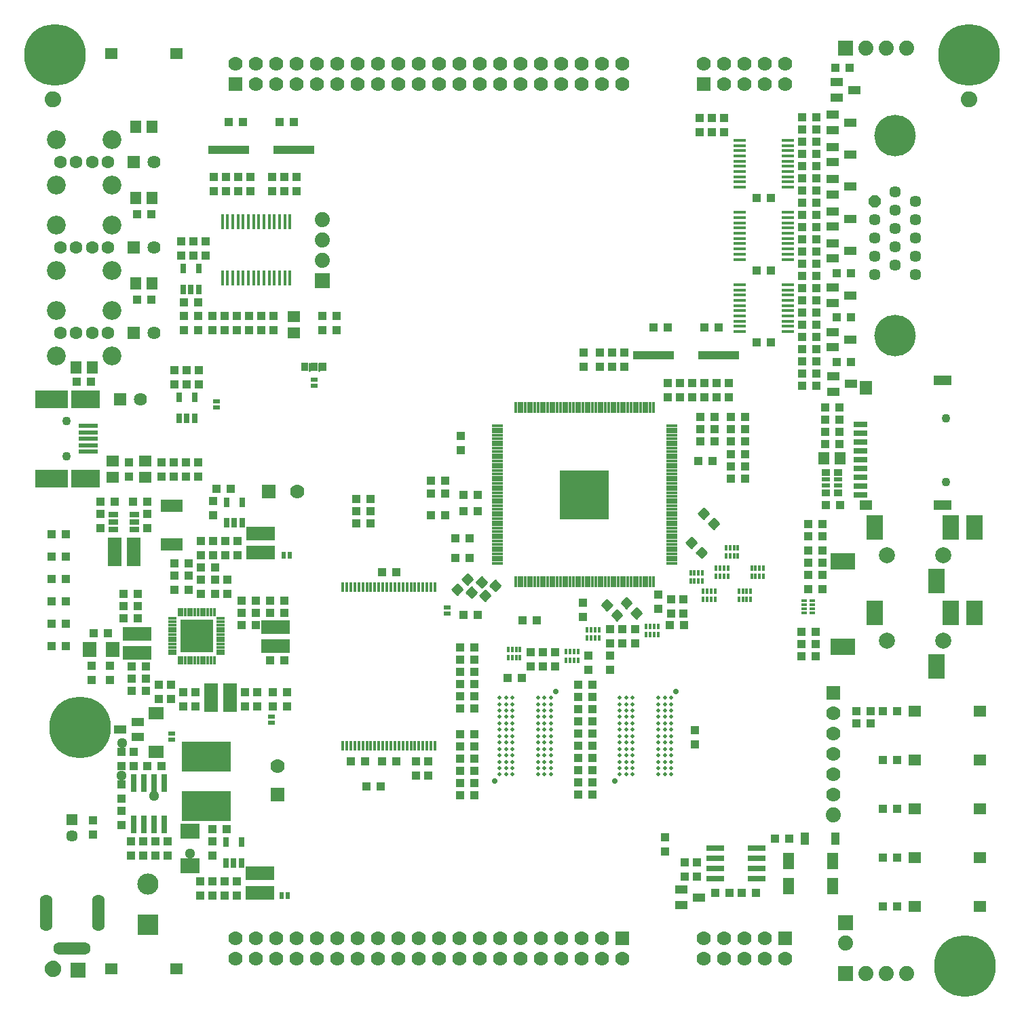
<source format=gbr>
G75*
G70*
%OFA0B0*%
%FSLAX24Y24*%
%IPPOS*%
%LPD*%
%AMOC8*
5,1,8,0,0,1.08239X$1,22.5*
%
%ADD10C,0.0631*%
%ADD11R,0.0740X0.0740*%
%ADD12R,0.0440X0.0440*%
%ADD13C,0.0088*%
%ADD14R,0.2009X0.0434*%
%ADD15R,0.0540X0.0640*%
%ADD16R,0.0700X0.0700*%
%ADD17C,0.0700*%
%ADD18C,0.0434*%
%ADD19C,0.0500*%
%ADD20R,0.0571X0.0571*%
%ADD21C,0.0571*%
%ADD22R,0.0440X0.0340*%
%ADD23R,0.0440X0.0240*%
%ADD24R,0.0276X0.0906*%
%ADD25R,0.0257X0.0512*%
%ADD26R,0.2402X0.1457*%
%ADD27R,0.0340X0.0240*%
%ADD28R,0.1418X0.0670*%
%ADD29R,0.0240X0.0340*%
%ADD30C,0.1040*%
%ADD31R,0.1040X0.1040*%
%ADD32R,0.0434X0.0591*%
%ADD33R,0.0119X0.0552*%
%ADD34R,0.0552X0.0119*%
%ADD35R,0.2402X0.2402*%
%ADD36R,0.0278X0.0278*%
%ADD37R,0.1103X0.1103*%
%ADD38R,0.0138X0.0286*%
%ADD39R,0.0640X0.0540*%
%ADD40R,0.0640X0.0640*%
%ADD41C,0.0640*%
%ADD42R,0.0926X0.0237*%
%ADD43R,0.1615X0.0867*%
%ADD44R,0.1418X0.0867*%
%ADD45R,0.0178X0.0729*%
%ADD46C,0.0926*%
%ADD47C,0.0740*%
%ADD48R,0.0906X0.0276*%
%ADD49R,0.0119X0.0394*%
%ADD50R,0.0394X0.0119*%
%ADD51R,0.1615X0.1615*%
%ADD52R,0.0749X0.0749*%
%ADD53R,0.0512X0.0257*%
%ADD54R,0.0670X0.1418*%
%ADD55R,0.0690X0.0740*%
%ADD56R,0.0591X0.0434*%
%ADD57R,0.0749X0.0611*%
%ADD58R,0.0138X0.0512*%
%ADD59R,0.0940X0.0740*%
%ADD60C,0.0197*%
%ADD61C,0.0276*%
%ADD62OC8,0.0571*%
%ADD63C,0.2040*%
%ADD64R,0.0631X0.0158*%
%ADD65R,0.0827X0.1221*%
%ADD66R,0.1221X0.0827*%
%ADD67C,0.0788*%
%ADD68R,0.0286X0.0138*%
%ADD69R,0.1064X0.0611*%
%ADD70C,0.3032*%
%ADD71C,0.0512*%
%ADD72R,0.0340X0.0440*%
%ADD73C,0.0100*%
%ADD74R,0.0670X0.0316*%
%ADD75R,0.0591X0.0512*%
%ADD76R,0.0591X0.0670*%
%ADD77R,0.0906X0.0512*%
%ADD78R,0.0552X0.0788*%
D10*
X013511Y007826D03*
X013511Y008023D03*
X013511Y008220D03*
X013511Y008417D03*
X013511Y008614D03*
X013511Y008810D03*
X013511Y009007D03*
X016070Y009007D03*
X016070Y008810D03*
X016070Y008614D03*
X016070Y008417D03*
X016070Y008220D03*
X016070Y008023D03*
X016070Y007826D03*
X015361Y006665D03*
X015165Y006665D03*
X014968Y006665D03*
X014771Y006665D03*
X014574Y006665D03*
X014377Y006665D03*
X014180Y006665D03*
X014190Y036928D03*
X014977Y036928D03*
X015765Y036928D03*
X016552Y036928D03*
X016552Y041128D03*
X015765Y041128D03*
X014977Y041128D03*
X014190Y041128D03*
X014190Y045328D03*
X014977Y045328D03*
X015765Y045328D03*
X016552Y045328D03*
D11*
X027070Y039517D03*
X052770Y050937D03*
X052770Y007937D03*
X052770Y005437D03*
X015070Y005597D03*
D12*
X021070Y009287D03*
X021670Y009287D03*
X022270Y009287D03*
X022870Y009287D03*
X022870Y009987D03*
X022270Y009987D03*
X021670Y009987D03*
X021070Y009987D03*
X021670Y011237D03*
X021670Y011937D03*
X021670Y012537D03*
X022370Y012537D03*
X019470Y011937D03*
X018870Y011937D03*
X018270Y011937D03*
X017670Y011937D03*
X017670Y011237D03*
X018270Y011237D03*
X018870Y011237D03*
X019470Y011237D03*
X017220Y012737D03*
X017220Y013437D03*
X017220Y014037D03*
X017220Y014737D03*
X017220Y015637D03*
X017820Y015637D03*
X018470Y015637D03*
X019170Y015637D03*
X017820Y016337D03*
X017220Y016337D03*
X019030Y018937D03*
X019630Y018937D03*
X020230Y019287D03*
X020830Y019287D03*
X020830Y018587D03*
X020230Y018587D03*
X019630Y019637D03*
X019030Y019637D03*
X018410Y019927D03*
X018410Y020527D03*
X017710Y020527D03*
X017710Y019927D03*
X017710Y019327D03*
X018410Y019327D03*
X016650Y019877D03*
X016650Y020577D03*
X015750Y020577D03*
X015750Y019877D03*
X014470Y021537D03*
X013770Y021537D03*
X013770Y022637D03*
X014470Y022637D03*
X014470Y023737D03*
X013770Y023737D03*
X013770Y024837D03*
X014470Y024837D03*
X014470Y025937D03*
X013770Y025937D03*
X013770Y027037D03*
X014470Y027037D03*
X016180Y027337D03*
X016180Y028037D03*
X016180Y028637D03*
X016880Y028637D03*
X017780Y028637D03*
X018480Y028637D03*
X018480Y028037D03*
X018480Y027337D03*
X019800Y025607D03*
X019800Y025007D03*
X020500Y025007D03*
X020500Y025607D03*
X021100Y025407D03*
X021100Y026007D03*
X021700Y026007D03*
X022300Y026007D03*
X022900Y026007D03*
X022900Y026707D03*
X022300Y026707D03*
X021700Y026707D03*
X021100Y026707D03*
X021800Y025407D03*
X021800Y024807D03*
X022400Y024807D03*
X022400Y024107D03*
X021800Y024107D03*
X021100Y024107D03*
X020500Y024307D03*
X019800Y024307D03*
X021100Y024807D03*
X023100Y023787D03*
X023100Y023187D03*
X023100Y022577D03*
X023800Y022577D03*
X023800Y023187D03*
X023800Y023787D03*
X024520Y023787D03*
X024520Y023187D03*
X025220Y023187D03*
X025220Y023787D03*
X025220Y020827D03*
X024520Y020827D03*
X024630Y019287D03*
X025330Y019287D03*
X025330Y018587D03*
X024630Y018587D03*
X023870Y018587D03*
X023270Y018587D03*
X023270Y019287D03*
X023870Y019287D03*
X028470Y015887D03*
X029170Y015887D03*
X029990Y015887D03*
X030690Y015887D03*
X031660Y015877D03*
X032260Y015877D03*
X032260Y015177D03*
X031660Y015177D03*
X029930Y014647D03*
X029230Y014647D03*
X033850Y014817D03*
X033850Y015417D03*
X033850Y016017D03*
X033850Y016617D03*
X033850Y017217D03*
X034550Y017217D03*
X034550Y016617D03*
X034550Y016017D03*
X034550Y015417D03*
X034550Y014817D03*
X034550Y014217D03*
X033850Y014217D03*
X033850Y018477D03*
X033850Y019077D03*
X033850Y019677D03*
X033850Y020277D03*
X033850Y020877D03*
X033850Y021477D03*
X034550Y021477D03*
X034550Y020877D03*
X034550Y020277D03*
X034550Y019677D03*
X034550Y019077D03*
X034550Y018477D03*
X036180Y019957D03*
X036880Y019957D03*
X037310Y020547D03*
X037910Y020547D03*
X038510Y020547D03*
X038510Y021247D03*
X037910Y021247D03*
X037310Y021247D03*
X037620Y022807D03*
X036920Y022807D03*
X034700Y023057D03*
X034000Y023057D03*
X034289Y025887D03*
X033589Y025887D03*
X033590Y026847D03*
X034290Y026847D03*
X033990Y028167D03*
X034690Y028167D03*
X034690Y028967D03*
X033990Y028967D03*
X033090Y029047D03*
X033090Y029687D03*
X032390Y029687D03*
X032390Y029047D03*
X032390Y027967D03*
X033090Y027967D03*
X033860Y031157D03*
X033860Y031857D03*
X029450Y028757D03*
X029450Y028157D03*
X029450Y027557D03*
X028750Y027557D03*
X028750Y028157D03*
X028750Y028757D03*
X029990Y025167D03*
X030690Y025167D03*
X022560Y029257D03*
X021860Y029257D03*
X021700Y028657D03*
X021700Y027957D03*
X020960Y029877D03*
X020360Y029877D03*
X019760Y029877D03*
X019160Y029877D03*
X019160Y030577D03*
X019760Y030577D03*
X020360Y030577D03*
X020960Y030577D03*
X017560Y030577D03*
X017560Y029877D03*
X015710Y034527D03*
X015010Y034527D03*
X019820Y034417D03*
X020420Y034417D03*
X021020Y034417D03*
X021020Y035117D03*
X020420Y035117D03*
X019820Y035117D03*
X020270Y037087D03*
X020270Y037787D03*
X020270Y038437D03*
X020970Y038437D03*
X020970Y037787D03*
X021670Y037787D03*
X022270Y037787D03*
X022870Y037787D03*
X023470Y037787D03*
X024070Y037787D03*
X024670Y037787D03*
X024670Y037087D03*
X024070Y037087D03*
X023470Y037087D03*
X022870Y037087D03*
X022270Y037087D03*
X021670Y037087D03*
X020970Y037087D03*
X018670Y038587D03*
X017970Y038587D03*
X020140Y040737D03*
X020740Y040737D03*
X021340Y040737D03*
X021340Y041437D03*
X020740Y041437D03*
X020140Y041437D03*
X018670Y042787D03*
X017970Y042787D03*
X021750Y043897D03*
X022350Y043897D03*
X022950Y043897D03*
X023550Y043897D03*
X023550Y044597D03*
X022950Y044597D03*
X022350Y044597D03*
X021750Y044597D03*
X024590Y044597D03*
X025190Y044597D03*
X025790Y044597D03*
X025790Y043897D03*
X025190Y043897D03*
X024590Y043897D03*
X024980Y047297D03*
X025680Y047297D03*
X023180Y047297D03*
X022480Y047297D03*
X027070Y037787D03*
X027770Y037787D03*
X027770Y037087D03*
X027070Y037087D03*
X039900Y035987D03*
X039900Y035287D03*
X040700Y035287D03*
X041300Y035287D03*
X041900Y035287D03*
X041900Y035987D03*
X041300Y035987D03*
X040700Y035987D03*
X043340Y037197D03*
X044040Y037197D03*
X045840Y037197D03*
X046540Y037197D03*
X048400Y036467D03*
X049100Y036467D03*
X050630Y036727D03*
X050630Y037327D03*
X050630Y037927D03*
X050630Y038527D03*
X051330Y038527D03*
X051330Y037927D03*
X051330Y037327D03*
X051330Y036727D03*
X051330Y036127D03*
X051330Y035527D03*
X051330Y034927D03*
X051330Y034327D03*
X050630Y034327D03*
X050630Y034927D03*
X050630Y035527D03*
X050630Y036127D03*
X052350Y035517D03*
X053050Y035517D03*
X053050Y037697D03*
X052350Y037697D03*
X051330Y039127D03*
X051330Y039727D03*
X051330Y040327D03*
X051330Y040927D03*
X051330Y041527D03*
X051330Y042127D03*
X051330Y042727D03*
X051330Y043327D03*
X051330Y043927D03*
X051330Y044527D03*
X051330Y045127D03*
X051330Y045727D03*
X051330Y046327D03*
X050630Y046327D03*
X050630Y045727D03*
X050630Y045127D03*
X050630Y044527D03*
X050630Y043927D03*
X050630Y043327D03*
X050630Y042727D03*
X050630Y042127D03*
X050630Y041527D03*
X050630Y040927D03*
X050630Y040327D03*
X050630Y039727D03*
X050630Y039127D03*
X049100Y040017D03*
X048400Y040017D03*
X052350Y039877D03*
X053050Y039877D03*
X049100Y043567D03*
X048400Y043567D03*
X046820Y046817D03*
X046220Y046817D03*
X045620Y046817D03*
X045620Y047517D03*
X046220Y047517D03*
X046820Y047517D03*
X050630Y047527D03*
X050630Y046927D03*
X051330Y046927D03*
X051330Y047527D03*
X052270Y049987D03*
X052970Y049987D03*
X047050Y034467D03*
X046450Y034467D03*
X045850Y034467D03*
X045250Y034467D03*
X044650Y034467D03*
X044050Y034467D03*
X044050Y033767D03*
X044650Y033767D03*
X045250Y033767D03*
X045850Y033767D03*
X046450Y033767D03*
X047050Y033767D03*
X047130Y032807D03*
X047130Y032207D03*
X047130Y031607D03*
X047130Y030987D03*
X047130Y030387D03*
X047130Y029787D03*
X047830Y029787D03*
X047830Y030387D03*
X047830Y030987D03*
X047830Y031607D03*
X047830Y032207D03*
X047830Y032807D03*
X046350Y032807D03*
X046350Y032207D03*
X046350Y031607D03*
X045650Y031607D03*
X045650Y032207D03*
X045650Y032807D03*
X045550Y030627D03*
X046250Y030627D03*
X050950Y027547D03*
X050950Y026947D03*
X051650Y026947D03*
X051650Y027547D03*
X051820Y028487D03*
X052520Y028487D03*
X051650Y026247D03*
X050950Y026247D03*
X050950Y025647D03*
X050950Y025047D03*
X051650Y025047D03*
X051650Y025647D03*
X051650Y024347D03*
X050950Y024347D03*
X050600Y022227D03*
X050600Y021627D03*
X050600Y021027D03*
X051300Y021027D03*
X051300Y021627D03*
X051300Y022227D03*
X053320Y018337D03*
X053320Y017737D03*
X054020Y017737D03*
X054020Y018337D03*
X054620Y018337D03*
X055320Y018337D03*
X055320Y015937D03*
X054620Y015937D03*
X054620Y013537D03*
X055320Y013537D03*
X055320Y011137D03*
X054620Y011137D03*
X054620Y008737D03*
X055320Y008737D03*
X050010Y012057D03*
X049310Y012057D03*
X048380Y009407D03*
X047680Y009407D03*
X047080Y009407D03*
X046380Y009407D03*
X045460Y010217D03*
X044860Y010217D03*
X044860Y010917D03*
X045460Y010917D03*
X043920Y011437D03*
X043920Y012137D03*
X040340Y014227D03*
X040340Y014827D03*
X040340Y015427D03*
X040340Y016027D03*
X040340Y016627D03*
X040340Y017227D03*
X040340Y017827D03*
X040340Y018427D03*
X039640Y018427D03*
X039640Y017827D03*
X039640Y017227D03*
X039640Y016627D03*
X039640Y016027D03*
X039640Y015427D03*
X039640Y014827D03*
X039640Y014227D03*
X039640Y019027D03*
X039640Y019627D03*
X040340Y019627D03*
X040340Y019027D03*
X040150Y020377D03*
X040150Y021077D03*
X041220Y021077D03*
X041220Y021677D03*
X041820Y021677D03*
X042430Y021677D03*
X042430Y022377D03*
X041820Y022377D03*
X041220Y022377D03*
X039870Y022967D03*
X039870Y023667D03*
X043560Y023377D03*
X044200Y023147D03*
X044150Y022557D03*
X044850Y022557D03*
X044800Y023147D03*
X044800Y023847D03*
X044200Y023847D03*
X043560Y024077D03*
X041220Y020377D03*
X045382Y017409D03*
X045382Y016709D03*
X051770Y031487D03*
X051770Y032087D03*
X051770Y032687D03*
X051770Y033287D03*
X052470Y033287D03*
X052470Y032687D03*
X052470Y032087D03*
X052470Y031487D03*
X017990Y024117D03*
X017990Y023517D03*
X017990Y022917D03*
X017290Y022917D03*
X017290Y023517D03*
X017290Y024117D03*
X016550Y022177D03*
X015850Y022177D03*
X015820Y012957D03*
X015820Y012257D03*
D13*
X033694Y024083D02*
X033942Y024331D01*
X033694Y024083D02*
X033446Y024331D01*
X033694Y024579D01*
X033942Y024331D01*
X033781Y024170D02*
X033607Y024170D01*
X033520Y024257D02*
X033868Y024257D01*
X033929Y024344D02*
X033459Y024344D01*
X033546Y024431D02*
X033842Y024431D01*
X033755Y024518D02*
X033633Y024518D01*
X034189Y024578D02*
X034437Y024826D01*
X034189Y024578D02*
X033941Y024826D01*
X034189Y025074D01*
X034437Y024826D01*
X034276Y024665D02*
X034102Y024665D01*
X034015Y024752D02*
X034363Y024752D01*
X034424Y024839D02*
X033954Y024839D01*
X034041Y024926D02*
X034337Y024926D01*
X034250Y025013D02*
X034128Y025013D01*
X034889Y024434D02*
X035137Y024682D01*
X034889Y024434D02*
X034641Y024682D01*
X034889Y024930D01*
X035137Y024682D01*
X034976Y024521D02*
X034802Y024521D01*
X034715Y024608D02*
X035063Y024608D01*
X035124Y024695D02*
X034654Y024695D01*
X034741Y024782D02*
X035037Y024782D01*
X034950Y024869D02*
X034828Y024869D01*
X034642Y024187D02*
X034394Y023939D01*
X034146Y024187D01*
X034394Y024435D01*
X034642Y024187D01*
X034481Y024026D02*
X034307Y024026D01*
X034220Y024113D02*
X034568Y024113D01*
X034629Y024200D02*
X034159Y024200D01*
X034246Y024287D02*
X034542Y024287D01*
X034455Y024374D02*
X034333Y024374D01*
X035069Y023775D02*
X035317Y024023D01*
X035069Y023775D02*
X034821Y024023D01*
X035069Y024271D01*
X035317Y024023D01*
X035156Y023862D02*
X034982Y023862D01*
X034895Y023949D02*
X035243Y023949D01*
X035304Y024036D02*
X034834Y024036D01*
X034921Y024123D02*
X035217Y024123D01*
X035130Y024210D02*
X035008Y024210D01*
X035564Y024270D02*
X035812Y024518D01*
X035564Y024270D02*
X035316Y024518D01*
X035564Y024766D01*
X035812Y024518D01*
X035651Y024357D02*
X035477Y024357D01*
X035390Y024444D02*
X035738Y024444D01*
X035799Y024531D02*
X035329Y024531D01*
X035416Y024618D02*
X035712Y024618D01*
X035625Y024705D02*
X035503Y024705D01*
X041043Y023812D02*
X041291Y023564D01*
X041043Y023316D01*
X040795Y023564D01*
X041043Y023812D01*
X041130Y023403D02*
X040956Y023403D01*
X040869Y023490D02*
X041217Y023490D01*
X041278Y023577D02*
X040808Y023577D01*
X040895Y023664D02*
X041191Y023664D01*
X041104Y023751D02*
X040982Y023751D01*
X041538Y023317D02*
X041786Y023069D01*
X041538Y022821D01*
X041290Y023069D01*
X041538Y023317D01*
X041625Y022908D02*
X041451Y022908D01*
X041364Y022995D02*
X041712Y022995D01*
X041773Y023082D02*
X041303Y023082D01*
X041390Y023169D02*
X041686Y023169D01*
X041599Y023256D02*
X041477Y023256D01*
X042003Y023912D02*
X042251Y023664D01*
X042003Y023416D01*
X041755Y023664D01*
X042003Y023912D01*
X042090Y023503D02*
X041916Y023503D01*
X041829Y023590D02*
X042177Y023590D01*
X042238Y023677D02*
X041768Y023677D01*
X041855Y023764D02*
X042151Y023764D01*
X042064Y023851D02*
X041942Y023851D01*
X042498Y023417D02*
X042746Y023169D01*
X042498Y022921D01*
X042250Y023169D01*
X042498Y023417D01*
X042585Y023008D02*
X042411Y023008D01*
X042324Y023095D02*
X042672Y023095D01*
X042733Y023182D02*
X042263Y023182D01*
X042350Y023269D02*
X042646Y023269D01*
X042559Y023356D02*
X042437Y023356D01*
X045688Y026387D02*
X045936Y026139D01*
X045688Y025891D01*
X045440Y026139D01*
X045688Y026387D01*
X045775Y025978D02*
X045601Y025978D01*
X045514Y026065D02*
X045862Y026065D01*
X045923Y026152D02*
X045453Y026152D01*
X045540Y026239D02*
X045836Y026239D01*
X045749Y026326D02*
X045627Y026326D01*
X045441Y026634D02*
X045193Y026882D01*
X045441Y026634D02*
X045193Y026386D01*
X044945Y026634D01*
X045193Y026882D01*
X045280Y026473D02*
X045106Y026473D01*
X045019Y026560D02*
X045367Y026560D01*
X045428Y026647D02*
X044958Y026647D01*
X045045Y026734D02*
X045341Y026734D01*
X045254Y026821D02*
X045132Y026821D01*
X046288Y027817D02*
X046536Y027569D01*
X046288Y027321D01*
X046040Y027569D01*
X046288Y027817D01*
X046375Y027408D02*
X046201Y027408D01*
X046114Y027495D02*
X046462Y027495D01*
X046523Y027582D02*
X046053Y027582D01*
X046140Y027669D02*
X046436Y027669D01*
X046349Y027756D02*
X046227Y027756D01*
X046041Y028064D02*
X045793Y028312D01*
X046041Y028064D02*
X045793Y027816D01*
X045545Y028064D01*
X045793Y028312D01*
X045880Y027903D02*
X045706Y027903D01*
X045619Y027990D02*
X045967Y027990D01*
X046028Y028077D02*
X045558Y028077D01*
X045645Y028164D02*
X045941Y028164D01*
X045854Y028251D02*
X045732Y028251D01*
D14*
X046540Y035847D03*
X043340Y035847D03*
X025680Y045947D03*
X022480Y045947D03*
D15*
X018720Y047087D03*
X017920Y047087D03*
X017920Y043587D03*
X018720Y043587D03*
X018720Y039387D03*
X017920Y039387D03*
X015760Y035227D03*
X014960Y035227D03*
X051720Y030787D03*
X052520Y030787D03*
D16*
X052170Y019237D03*
X049820Y007187D03*
X041820Y007187D03*
X024860Y014227D03*
X024440Y029127D03*
X022820Y049187D03*
X045820Y049187D03*
D17*
X045820Y050187D03*
X046820Y050187D03*
X047820Y050187D03*
X047820Y049187D03*
X046820Y049187D03*
X048820Y049187D03*
X048820Y050187D03*
X049820Y050187D03*
X049820Y049187D03*
X041820Y049187D03*
X041820Y050187D03*
X040820Y050187D03*
X040820Y049187D03*
X039820Y049187D03*
X039820Y050187D03*
X038820Y050187D03*
X038820Y049187D03*
X037820Y049187D03*
X037820Y050187D03*
X036820Y050187D03*
X035820Y050187D03*
X035820Y049187D03*
X036820Y049187D03*
X034820Y049187D03*
X034820Y050187D03*
X033820Y050187D03*
X033820Y049187D03*
X032820Y049187D03*
X032820Y050187D03*
X031820Y050187D03*
X031820Y049187D03*
X030820Y049187D03*
X030820Y050187D03*
X029820Y050187D03*
X029820Y049187D03*
X028820Y049187D03*
X028820Y050187D03*
X027820Y050187D03*
X027820Y049187D03*
X026820Y049187D03*
X026820Y050187D03*
X025820Y050187D03*
X025820Y049187D03*
X024820Y049187D03*
X024820Y050187D03*
X023820Y050187D03*
X023820Y049187D03*
X022820Y050187D03*
X025840Y029127D03*
X024860Y015627D03*
X024820Y007187D03*
X023820Y007187D03*
X023820Y006187D03*
X024820Y006187D03*
X025820Y006187D03*
X025820Y007187D03*
X026820Y007187D03*
X026820Y006187D03*
X027820Y006187D03*
X027820Y007187D03*
X028820Y007187D03*
X028820Y006187D03*
X029820Y006187D03*
X029820Y007187D03*
X030820Y007187D03*
X030820Y006187D03*
X031820Y006187D03*
X031820Y007187D03*
X032820Y007187D03*
X032820Y006187D03*
X033820Y006187D03*
X033820Y007187D03*
X034820Y007187D03*
X034820Y006187D03*
X035820Y006187D03*
X035820Y007187D03*
X036820Y007187D03*
X037820Y007187D03*
X037820Y006187D03*
X036820Y006187D03*
X038820Y006187D03*
X038820Y007187D03*
X039820Y007187D03*
X039820Y006187D03*
X040820Y006187D03*
X040820Y007187D03*
X041820Y006187D03*
X045820Y006187D03*
X045820Y007187D03*
X046820Y007187D03*
X047820Y007187D03*
X047820Y006187D03*
X046820Y006187D03*
X048820Y006187D03*
X048820Y007187D03*
X049820Y006187D03*
X052170Y014237D03*
X052170Y015237D03*
X052170Y016237D03*
X052170Y017237D03*
X052170Y018237D03*
X022820Y007187D03*
X022820Y006187D03*
D18*
X013820Y005687D03*
X014520Y030870D03*
X014520Y032603D03*
X013820Y048437D03*
X057704Y032741D03*
X057704Y029592D03*
X058820Y048437D03*
D19*
X058678Y048437D02*
X058680Y048461D01*
X058686Y048484D01*
X058696Y048506D01*
X058710Y048526D01*
X058726Y048544D01*
X058746Y048558D01*
X058767Y048569D01*
X058790Y048576D01*
X058814Y048579D01*
X058838Y048578D01*
X058862Y048573D01*
X058884Y048564D01*
X058904Y048551D01*
X058923Y048535D01*
X058938Y048517D01*
X058949Y048495D01*
X058957Y048473D01*
X058961Y048449D01*
X058961Y048425D01*
X058957Y048401D01*
X058949Y048379D01*
X058938Y048357D01*
X058923Y048339D01*
X058904Y048323D01*
X058884Y048310D01*
X058862Y048301D01*
X058838Y048296D01*
X058814Y048295D01*
X058790Y048298D01*
X058767Y048305D01*
X058746Y048316D01*
X058726Y048330D01*
X058710Y048348D01*
X058696Y048368D01*
X058686Y048390D01*
X058680Y048413D01*
X058678Y048437D01*
X013678Y048437D02*
X013680Y048461D01*
X013686Y048484D01*
X013696Y048506D01*
X013710Y048526D01*
X013726Y048544D01*
X013746Y048558D01*
X013767Y048569D01*
X013790Y048576D01*
X013814Y048579D01*
X013838Y048578D01*
X013862Y048573D01*
X013884Y048564D01*
X013904Y048551D01*
X013923Y048535D01*
X013938Y048517D01*
X013949Y048495D01*
X013957Y048473D01*
X013961Y048449D01*
X013961Y048425D01*
X013957Y048401D01*
X013949Y048379D01*
X013938Y048357D01*
X013923Y048339D01*
X013904Y048323D01*
X013884Y048310D01*
X013862Y048301D01*
X013838Y048296D01*
X013814Y048295D01*
X013790Y048298D01*
X013767Y048305D01*
X013746Y048316D01*
X013726Y048330D01*
X013710Y048348D01*
X013696Y048368D01*
X013686Y048390D01*
X013680Y048413D01*
X013678Y048437D01*
X013678Y005687D02*
X013680Y005711D01*
X013686Y005734D01*
X013696Y005756D01*
X013710Y005776D01*
X013726Y005794D01*
X013746Y005808D01*
X013767Y005819D01*
X013790Y005826D01*
X013814Y005829D01*
X013838Y005828D01*
X013862Y005823D01*
X013884Y005814D01*
X013904Y005801D01*
X013923Y005785D01*
X013938Y005767D01*
X013949Y005745D01*
X013957Y005723D01*
X013961Y005699D01*
X013961Y005675D01*
X013957Y005651D01*
X013949Y005629D01*
X013938Y005607D01*
X013923Y005589D01*
X013904Y005573D01*
X013884Y005560D01*
X013862Y005551D01*
X013838Y005546D01*
X013814Y005545D01*
X013790Y005548D01*
X013767Y005555D01*
X013746Y005566D01*
X013726Y005580D01*
X013710Y005598D01*
X013696Y005618D01*
X013686Y005640D01*
X013680Y005663D01*
X013678Y005687D01*
D20*
X014770Y013000D03*
D21*
X014770Y012213D03*
X054190Y039821D03*
X054190Y040721D03*
X055190Y041171D03*
X055190Y040271D03*
X056190Y040721D03*
X056190Y039821D03*
X056190Y041621D03*
X056190Y042521D03*
X056190Y043421D03*
X055190Y043871D03*
X055190Y042971D03*
X055190Y042071D03*
X054190Y042521D03*
X054190Y041621D03*
D22*
X052420Y030087D03*
X051820Y030087D03*
X051820Y029087D03*
X052420Y029087D03*
D23*
X052420Y029437D03*
X052420Y029737D03*
X051820Y029737D03*
X051820Y029437D03*
D24*
X019320Y014810D03*
X018820Y014810D03*
X018320Y014810D03*
X017820Y014810D03*
X017820Y012763D03*
X018320Y012763D03*
X018820Y012763D03*
X019320Y012763D03*
D25*
X022346Y011898D03*
X023094Y011898D03*
X023094Y010875D03*
X022720Y010875D03*
X022346Y010875D03*
X022376Y027595D03*
X022750Y027595D03*
X023124Y027595D03*
X023124Y028618D03*
X022376Y028618D03*
X020794Y032745D03*
X020420Y032745D03*
X020046Y032745D03*
X020046Y033768D03*
X020794Y033768D03*
X020620Y039085D03*
X020246Y039085D03*
X020994Y039085D03*
X020994Y040108D03*
X020246Y040108D03*
D26*
X021370Y016107D03*
X021370Y013666D03*
D27*
X019680Y016947D03*
X019680Y017247D03*
X024580Y017757D03*
X024580Y018057D03*
X033190Y023137D03*
X033190Y023437D03*
X021860Y033257D03*
X021860Y033557D03*
X026670Y034337D03*
X026670Y034637D03*
D28*
X024050Y027079D03*
X024050Y026134D03*
X024770Y022479D03*
X024770Y021534D03*
X017970Y021204D03*
X017970Y022149D03*
X024020Y010359D03*
X024020Y009414D03*
D29*
X025070Y009287D03*
X025370Y009287D03*
X025460Y026007D03*
X025160Y026007D03*
D30*
X018520Y009837D03*
D31*
X018520Y007837D03*
D32*
X050762Y012057D03*
X052258Y012057D03*
D33*
X043336Y024715D03*
X043179Y024715D03*
X043021Y024715D03*
X042864Y024715D03*
X042706Y024715D03*
X042549Y024715D03*
X042391Y024715D03*
X042234Y024715D03*
X042076Y024715D03*
X041919Y024715D03*
X041761Y024715D03*
X041604Y024715D03*
X041446Y024715D03*
X041289Y024715D03*
X041131Y024715D03*
X040974Y024715D03*
X040816Y024715D03*
X040659Y024715D03*
X040501Y024715D03*
X040344Y024715D03*
X040186Y024715D03*
X040029Y024715D03*
X039871Y024715D03*
X039714Y024715D03*
X039556Y024715D03*
X039399Y024715D03*
X039241Y024715D03*
X039084Y024715D03*
X038927Y024715D03*
X038769Y024715D03*
X038612Y024715D03*
X038454Y024715D03*
X038297Y024715D03*
X038139Y024715D03*
X037982Y024715D03*
X037824Y024715D03*
X037667Y024715D03*
X037509Y024715D03*
X037352Y024715D03*
X037194Y024715D03*
X037037Y024715D03*
X036879Y024715D03*
X036722Y024715D03*
X036564Y024715D03*
X036564Y033258D03*
X036722Y033258D03*
X036879Y033258D03*
X037037Y033258D03*
X037194Y033258D03*
X037352Y033258D03*
X037509Y033258D03*
X037667Y033258D03*
X037824Y033258D03*
X037982Y033258D03*
X038139Y033258D03*
X038297Y033258D03*
X038454Y033258D03*
X038612Y033258D03*
X038769Y033258D03*
X038927Y033258D03*
X039084Y033258D03*
X039241Y033258D03*
X039399Y033258D03*
X039556Y033258D03*
X039714Y033258D03*
X039871Y033258D03*
X040029Y033258D03*
X040186Y033258D03*
X040344Y033258D03*
X040501Y033258D03*
X040659Y033258D03*
X040816Y033258D03*
X040974Y033258D03*
X041131Y033258D03*
X041289Y033258D03*
X041446Y033258D03*
X041604Y033258D03*
X041761Y033258D03*
X041919Y033258D03*
X042076Y033258D03*
X042234Y033258D03*
X042391Y033258D03*
X042549Y033258D03*
X042706Y033258D03*
X042864Y033258D03*
X043021Y033258D03*
X043179Y033258D03*
X043336Y033258D03*
D34*
X044222Y032372D03*
X044222Y032215D03*
X044222Y032057D03*
X044222Y031900D03*
X044222Y031743D03*
X044222Y031585D03*
X044222Y031428D03*
X044222Y031270D03*
X044222Y031113D03*
X044222Y030955D03*
X044222Y030798D03*
X044222Y030640D03*
X044222Y030483D03*
X044222Y030325D03*
X044222Y030168D03*
X044222Y030010D03*
X044222Y029853D03*
X044222Y029695D03*
X044222Y029538D03*
X044222Y029380D03*
X044222Y029223D03*
X044222Y029065D03*
X044222Y028908D03*
X044222Y028750D03*
X044222Y028593D03*
X044222Y028435D03*
X044222Y028278D03*
X044222Y028120D03*
X044222Y027963D03*
X044222Y027806D03*
X044222Y027648D03*
X044222Y027491D03*
X044222Y027333D03*
X044222Y027176D03*
X044222Y027018D03*
X044222Y026861D03*
X044222Y026703D03*
X044222Y026546D03*
X044222Y026388D03*
X044222Y026231D03*
X044222Y026073D03*
X044222Y025916D03*
X044222Y025758D03*
X044222Y025601D03*
X035679Y025601D03*
X035679Y025758D03*
X035679Y025916D03*
X035679Y026073D03*
X035679Y026231D03*
X035679Y026388D03*
X035679Y026546D03*
X035679Y026703D03*
X035679Y026861D03*
X035679Y027018D03*
X035679Y027176D03*
X035679Y027333D03*
X035679Y027491D03*
X035679Y027648D03*
X035679Y027806D03*
X035679Y027963D03*
X035679Y028120D03*
X035679Y028278D03*
X035679Y028435D03*
X035679Y028593D03*
X035679Y028750D03*
X035679Y028908D03*
X035679Y029065D03*
X035679Y029223D03*
X035679Y029380D03*
X035679Y029538D03*
X035679Y029695D03*
X035679Y029853D03*
X035679Y030010D03*
X035679Y030168D03*
X035679Y030325D03*
X035679Y030483D03*
X035679Y030640D03*
X035679Y030798D03*
X035679Y030955D03*
X035679Y031113D03*
X035679Y031270D03*
X035679Y031428D03*
X035679Y031585D03*
X035679Y031743D03*
X035679Y031900D03*
X035679Y032057D03*
X035679Y032215D03*
X035679Y032372D03*
D35*
X039950Y028987D03*
D36*
X039241Y029380D03*
X038927Y029380D03*
X039556Y029695D03*
X039556Y030010D03*
X040344Y030010D03*
X040344Y029695D03*
X040659Y029380D03*
X040974Y029380D03*
X040974Y028593D03*
X040659Y028593D03*
X040344Y028278D03*
X040344Y027963D03*
X039556Y027963D03*
X039556Y028278D03*
X039241Y028593D03*
X038927Y028593D03*
X021520Y022283D03*
X021284Y022283D03*
X021146Y022420D03*
X021146Y022657D03*
X020634Y022657D03*
X020634Y022420D03*
X020496Y022283D03*
X020260Y022283D03*
X020260Y021771D03*
X020496Y021771D03*
X020634Y021633D03*
X020634Y021397D03*
X021146Y021397D03*
X021146Y021633D03*
X021284Y021771D03*
X021520Y021771D03*
D37*
X039950Y028987D03*
D38*
X045155Y025148D03*
X045352Y025148D03*
X045549Y025148D03*
X045745Y025148D03*
X045745Y024745D03*
X045549Y024745D03*
X045352Y024745D03*
X045155Y024745D03*
X045785Y024228D03*
X045982Y024228D03*
X046179Y024228D03*
X046375Y024228D03*
X046375Y023825D03*
X046179Y023825D03*
X045982Y023825D03*
X045785Y023825D03*
X046416Y024976D03*
X046613Y024976D03*
X046810Y024976D03*
X047006Y024976D03*
X047006Y025379D03*
X046810Y025379D03*
X046613Y025379D03*
X046416Y025379D03*
X046895Y025985D03*
X047092Y025985D03*
X047289Y025985D03*
X047485Y025985D03*
X047485Y026388D03*
X047289Y026388D03*
X047092Y026388D03*
X046895Y026388D03*
X048155Y025378D03*
X048352Y025378D03*
X048549Y025378D03*
X048745Y025378D03*
X048745Y024975D03*
X048549Y024975D03*
X048352Y024975D03*
X048155Y024975D03*
X048115Y024228D03*
X047919Y024228D03*
X047722Y024228D03*
X047525Y024228D03*
X047525Y023825D03*
X047722Y023825D03*
X047919Y023825D03*
X048115Y023825D03*
X043555Y022518D03*
X043359Y022518D03*
X043162Y022518D03*
X042965Y022518D03*
X042965Y022115D03*
X043162Y022115D03*
X043359Y022115D03*
X043555Y022115D03*
X040675Y021935D03*
X040479Y021935D03*
X040282Y021935D03*
X040085Y021935D03*
X040085Y022338D03*
X040282Y022338D03*
X040479Y022338D03*
X040675Y022338D03*
X039625Y021258D03*
X039429Y021258D03*
X039232Y021258D03*
X039035Y021258D03*
X039035Y020855D03*
X039232Y020855D03*
X039429Y020855D03*
X039625Y020855D03*
X036785Y020985D03*
X036589Y020985D03*
X036392Y020985D03*
X036195Y020985D03*
X036195Y021388D03*
X036392Y021388D03*
X036589Y021388D03*
X036785Y021388D03*
D39*
X018360Y029827D03*
X018360Y030627D03*
X016760Y030627D03*
X016760Y029827D03*
X025670Y036937D03*
X025670Y037737D03*
X019920Y050687D03*
X016720Y050687D03*
X056170Y018337D03*
X056170Y015937D03*
X056170Y013537D03*
X059370Y013537D03*
X059370Y015937D03*
X059370Y018337D03*
X059370Y011137D03*
X059370Y008737D03*
X056170Y008737D03*
X056170Y011137D03*
X019920Y005687D03*
X016720Y005687D03*
D40*
X017140Y033657D03*
X017820Y036937D03*
X017820Y041137D03*
X017820Y045337D03*
D41*
X018820Y045337D03*
X018820Y041137D03*
X018820Y036937D03*
X018140Y033657D03*
D42*
X015586Y032367D03*
X015586Y032052D03*
X015586Y031737D03*
X015586Y031422D03*
X015586Y031107D03*
D43*
X013772Y029788D03*
X013772Y033685D03*
D44*
X015445Y033685D03*
X015445Y029788D03*
D45*
X022157Y039629D03*
X022413Y039629D03*
X022669Y039629D03*
X022924Y039629D03*
X023180Y039629D03*
X023436Y039629D03*
X023692Y039629D03*
X023948Y039629D03*
X024204Y039629D03*
X024460Y039629D03*
X024716Y039629D03*
X024972Y039629D03*
X025228Y039629D03*
X025484Y039629D03*
X025484Y042404D03*
X025228Y042404D03*
X024972Y042404D03*
X024716Y042404D03*
X024460Y042404D03*
X024204Y042404D03*
X023948Y042404D03*
X023692Y042404D03*
X023436Y042404D03*
X023180Y042404D03*
X022924Y042404D03*
X022669Y042404D03*
X022413Y042404D03*
X022157Y042404D03*
D46*
X016749Y042250D03*
X016749Y044206D03*
X016749Y046450D03*
X013993Y046450D03*
X013993Y044206D03*
X013993Y042250D03*
X013993Y040006D03*
X013993Y038050D03*
X013993Y035806D03*
X016749Y035806D03*
X016749Y038050D03*
X016749Y040006D03*
D47*
X027070Y040517D03*
X027070Y041517D03*
X027070Y042517D03*
X053770Y050937D03*
X054770Y050937D03*
X055770Y050937D03*
X052170Y013237D03*
X052770Y006937D03*
X053770Y005437D03*
X054770Y005437D03*
X055770Y005437D03*
D48*
X048404Y010107D03*
X048404Y010607D03*
X048404Y011107D03*
X048404Y011607D03*
X046357Y011607D03*
X046357Y011107D03*
X046357Y010607D03*
X046357Y010107D03*
D49*
X021756Y020846D03*
X021599Y020846D03*
X021441Y020846D03*
X021284Y020846D03*
X021126Y020846D03*
X020969Y020846D03*
X020811Y020846D03*
X020654Y020846D03*
X020496Y020846D03*
X020339Y020846D03*
X020181Y020846D03*
X020024Y020846D03*
X020024Y023208D03*
X020181Y023208D03*
X020339Y023208D03*
X020496Y023208D03*
X020654Y023208D03*
X020811Y023208D03*
X020969Y023208D03*
X021126Y023208D03*
X021284Y023208D03*
X021441Y023208D03*
X021599Y023208D03*
X021756Y023208D03*
D50*
X022071Y022893D03*
X022071Y022735D03*
X022071Y022578D03*
X022071Y022420D03*
X022071Y022263D03*
X022071Y022105D03*
X022071Y021948D03*
X022071Y021790D03*
X022071Y021633D03*
X022071Y021475D03*
X022071Y021318D03*
X022071Y021160D03*
X019709Y021160D03*
X019709Y021318D03*
X019709Y021475D03*
X019709Y021633D03*
X019709Y021790D03*
X019709Y021948D03*
X019709Y022105D03*
X019709Y022263D03*
X019709Y022420D03*
X019709Y022578D03*
X019709Y022735D03*
X019709Y022893D03*
D51*
X020890Y022027D03*
D52*
X020890Y022027D03*
D53*
X017842Y027263D03*
X017842Y027637D03*
X017842Y028011D03*
X016818Y028011D03*
X016818Y027637D03*
X016818Y027263D03*
D54*
X016858Y026187D03*
X017803Y026187D03*
X021588Y019007D03*
X022533Y019007D03*
D55*
X016775Y021377D03*
X015625Y021377D03*
D56*
X017137Y017437D03*
X018003Y017811D03*
X018003Y017063D03*
X044697Y009561D03*
X045563Y009187D03*
X044697Y008813D03*
X052187Y034053D03*
X053053Y034427D03*
X052187Y034801D03*
X052147Y036233D03*
X053013Y036607D03*
X052147Y036981D03*
X052147Y038413D03*
X053013Y038787D03*
X052147Y039161D03*
X052147Y040593D03*
X053013Y040967D03*
X052147Y041341D03*
X052147Y042173D03*
X052147Y042921D03*
X053013Y042547D03*
X052147Y043753D03*
X052147Y044501D03*
X053013Y044127D03*
X052147Y045333D03*
X052147Y046081D03*
X053013Y045707D03*
X052147Y046913D03*
X052147Y047661D03*
X052337Y048513D03*
X053203Y048887D03*
X052337Y049261D03*
X053013Y047287D03*
D57*
X018920Y018249D03*
X018920Y016324D03*
D58*
X028076Y016629D03*
X028273Y016629D03*
X028470Y016629D03*
X028667Y016629D03*
X028864Y016629D03*
X029061Y016629D03*
X029257Y016629D03*
X029454Y016629D03*
X029651Y016629D03*
X029848Y016629D03*
X030045Y016629D03*
X030242Y016629D03*
X030439Y016629D03*
X030635Y016629D03*
X030832Y016629D03*
X031029Y016629D03*
X031226Y016629D03*
X031423Y016629D03*
X031620Y016629D03*
X031817Y016629D03*
X032013Y016629D03*
X032210Y016629D03*
X032407Y016629D03*
X032604Y016629D03*
X032604Y024424D03*
X032407Y024424D03*
X032210Y024424D03*
X032013Y024424D03*
X031817Y024424D03*
X031620Y024424D03*
X031423Y024424D03*
X031226Y024424D03*
X031029Y024424D03*
X030832Y024424D03*
X030635Y024424D03*
X030439Y024424D03*
X030242Y024424D03*
X030045Y024424D03*
X029848Y024424D03*
X029651Y024424D03*
X029454Y024424D03*
X029257Y024424D03*
X029061Y024424D03*
X028864Y024424D03*
X028667Y024424D03*
X028470Y024424D03*
X028273Y024424D03*
X028076Y024424D03*
D59*
X020570Y012444D03*
X020570Y010730D03*
D60*
X035777Y015224D03*
X035777Y015539D03*
X035777Y015854D03*
X035777Y016169D03*
X035777Y016484D03*
X035777Y016799D03*
X035777Y017114D03*
X035777Y017429D03*
X035777Y017744D03*
X035777Y018059D03*
X035777Y018374D03*
X035777Y018689D03*
X035777Y019004D03*
X036092Y019004D03*
X036092Y018689D03*
X036092Y018374D03*
X036092Y018059D03*
X036092Y017744D03*
X036092Y017429D03*
X036092Y017114D03*
X036092Y016799D03*
X036092Y016484D03*
X036092Y016169D03*
X036092Y015854D03*
X036092Y015539D03*
X036092Y015224D03*
X036407Y015224D03*
X036407Y015539D03*
X036407Y015854D03*
X036407Y016169D03*
X036407Y016484D03*
X036407Y016799D03*
X036407Y017114D03*
X036407Y017429D03*
X036407Y017744D03*
X036407Y018059D03*
X036407Y018374D03*
X036407Y018689D03*
X036407Y019004D03*
X037667Y019004D03*
X037982Y019004D03*
X038297Y019004D03*
X038297Y018689D03*
X037982Y018689D03*
X037667Y018689D03*
X037667Y018374D03*
X037667Y018059D03*
X037667Y017744D03*
X037667Y017429D03*
X037667Y017114D03*
X037667Y016799D03*
X037667Y016484D03*
X037667Y016169D03*
X037667Y015854D03*
X037667Y015539D03*
X037667Y015224D03*
X037982Y015224D03*
X038297Y015224D03*
X038297Y015539D03*
X037982Y015539D03*
X037982Y015854D03*
X038297Y015854D03*
X038297Y016169D03*
X037982Y016169D03*
X037982Y016484D03*
X038297Y016484D03*
X038297Y016799D03*
X037982Y016799D03*
X037982Y017114D03*
X038297Y017114D03*
X038297Y017429D03*
X037982Y017429D03*
X037982Y017744D03*
X037982Y018059D03*
X037982Y018374D03*
X038297Y018374D03*
X038297Y018059D03*
X038297Y017744D03*
X041683Y017744D03*
X041998Y017744D03*
X042313Y017744D03*
X042313Y017429D03*
X042313Y017114D03*
X042313Y016799D03*
X042313Y016484D03*
X042313Y016169D03*
X042313Y015854D03*
X042313Y015539D03*
X042313Y015224D03*
X041998Y015224D03*
X041683Y015224D03*
X041683Y015539D03*
X041998Y015539D03*
X041998Y015854D03*
X041683Y015854D03*
X041683Y016169D03*
X041998Y016169D03*
X041998Y016484D03*
X041998Y016799D03*
X041998Y017114D03*
X041998Y017429D03*
X041683Y017429D03*
X041683Y017114D03*
X041683Y016799D03*
X041683Y016484D03*
X041683Y018059D03*
X041998Y018059D03*
X042313Y018059D03*
X042313Y018374D03*
X042313Y018689D03*
X042313Y019004D03*
X041998Y019004D03*
X041998Y018689D03*
X041998Y018374D03*
X041683Y018374D03*
X041683Y018689D03*
X041683Y019004D03*
X043573Y019004D03*
X043888Y019004D03*
X044203Y019004D03*
X044203Y018689D03*
X044203Y018374D03*
X044203Y018059D03*
X044203Y017744D03*
X044203Y017429D03*
X044203Y017114D03*
X044203Y016799D03*
X044203Y016484D03*
X044203Y016169D03*
X044203Y015854D03*
X044203Y015539D03*
X044203Y015224D03*
X043888Y015224D03*
X043888Y015539D03*
X043888Y015854D03*
X043888Y016169D03*
X043888Y016484D03*
X043888Y016799D03*
X043888Y017114D03*
X043888Y017429D03*
X043888Y017744D03*
X043888Y018059D03*
X043888Y018374D03*
X043888Y018689D03*
X043573Y018689D03*
X043573Y018374D03*
X043573Y018059D03*
X043573Y017744D03*
X043573Y017429D03*
X043573Y017114D03*
X043573Y016799D03*
X043573Y016484D03*
X043573Y016169D03*
X043573Y015854D03*
X043573Y015539D03*
X043573Y015224D03*
D61*
X041447Y014909D03*
X038533Y019319D03*
X035541Y014909D03*
X044439Y019319D03*
D62*
X054190Y043421D03*
D63*
X055190Y046637D03*
X055190Y036797D03*
D64*
X049931Y037005D03*
X049931Y037261D03*
X049931Y037517D03*
X049931Y037773D03*
X049931Y038029D03*
X049931Y038285D03*
X049931Y038540D03*
X049931Y038796D03*
X049931Y039052D03*
X049931Y039308D03*
X049931Y040555D03*
X049931Y040811D03*
X049931Y041067D03*
X049931Y041323D03*
X049931Y041579D03*
X049931Y041835D03*
X049931Y042090D03*
X049931Y042346D03*
X049931Y042602D03*
X049931Y042858D03*
X049931Y044105D03*
X049931Y044361D03*
X049931Y044617D03*
X049931Y044873D03*
X049931Y045129D03*
X049931Y045385D03*
X049931Y045640D03*
X049931Y045896D03*
X049931Y046152D03*
X049931Y046408D03*
X047569Y046408D03*
X047569Y046152D03*
X047569Y045896D03*
X047569Y045640D03*
X047569Y045385D03*
X047569Y045129D03*
X047569Y044873D03*
X047569Y044617D03*
X047569Y044361D03*
X047569Y044105D03*
X047569Y042858D03*
X047569Y042602D03*
X047569Y042346D03*
X047569Y042090D03*
X047569Y041835D03*
X047569Y041579D03*
X047569Y041323D03*
X047569Y041067D03*
X047569Y040811D03*
X047569Y040555D03*
X047569Y039308D03*
X047569Y039052D03*
X047569Y038796D03*
X047569Y038540D03*
X047569Y038285D03*
X047569Y038029D03*
X047569Y037773D03*
X047569Y037517D03*
X047569Y037261D03*
X047569Y037005D03*
D65*
X054211Y027383D03*
X057952Y027383D03*
X059093Y027383D03*
X057243Y024746D03*
X057952Y023183D03*
X059093Y023183D03*
X057243Y020546D03*
X054211Y023183D03*
D66*
X052637Y021491D03*
X052637Y025691D03*
D67*
X054802Y026006D03*
X057558Y026006D03*
X057558Y021806D03*
X054802Y021806D03*
D68*
X051152Y023181D03*
X051152Y023378D03*
X051152Y023575D03*
X051152Y023772D03*
X050748Y023772D03*
X050748Y023575D03*
X050748Y023378D03*
X050748Y023181D03*
D69*
X019680Y026524D03*
X019680Y028449D03*
D70*
X015176Y017543D03*
X013952Y050606D03*
X058837Y050606D03*
X058637Y005818D03*
D71*
X057810Y006645D03*
X058637Y006999D03*
X059463Y006645D03*
X059818Y005818D03*
X059463Y004991D03*
X058637Y004637D03*
X057810Y004991D03*
X057456Y005818D03*
X020570Y011327D03*
X018820Y014187D03*
X017220Y015187D03*
X016003Y016716D03*
X015176Y016361D03*
X014349Y016716D03*
X013995Y017543D03*
X014349Y018369D03*
X015176Y018724D03*
X016003Y018369D03*
X016357Y017543D03*
X017222Y016787D03*
X013952Y049424D03*
X014778Y049779D03*
X015133Y050606D03*
X014778Y051432D03*
X013952Y051787D03*
X013125Y051432D03*
X012771Y050606D03*
X013125Y049779D03*
X057656Y050606D03*
X058011Y049779D03*
X058837Y049424D03*
X059664Y049779D03*
X060019Y050606D03*
X059664Y051432D03*
X058837Y051787D03*
X058011Y051432D03*
D72*
X027120Y035257D03*
X026670Y035257D03*
X026220Y035257D03*
D73*
X026445Y035065D02*
X026445Y035448D01*
X026895Y035448D02*
X026895Y035065D01*
D74*
X053521Y032426D03*
X053521Y031993D03*
X053521Y031560D03*
X053521Y031127D03*
X053521Y030694D03*
X053521Y030261D03*
X053521Y029828D03*
X053521Y029395D03*
X053521Y028962D03*
D75*
X053767Y028489D03*
D76*
X053767Y034237D03*
D77*
X057547Y034592D03*
X057547Y028489D03*
D78*
X052153Y010987D03*
X052153Y009727D03*
X049987Y009727D03*
X049987Y010987D03*
M02*

</source>
